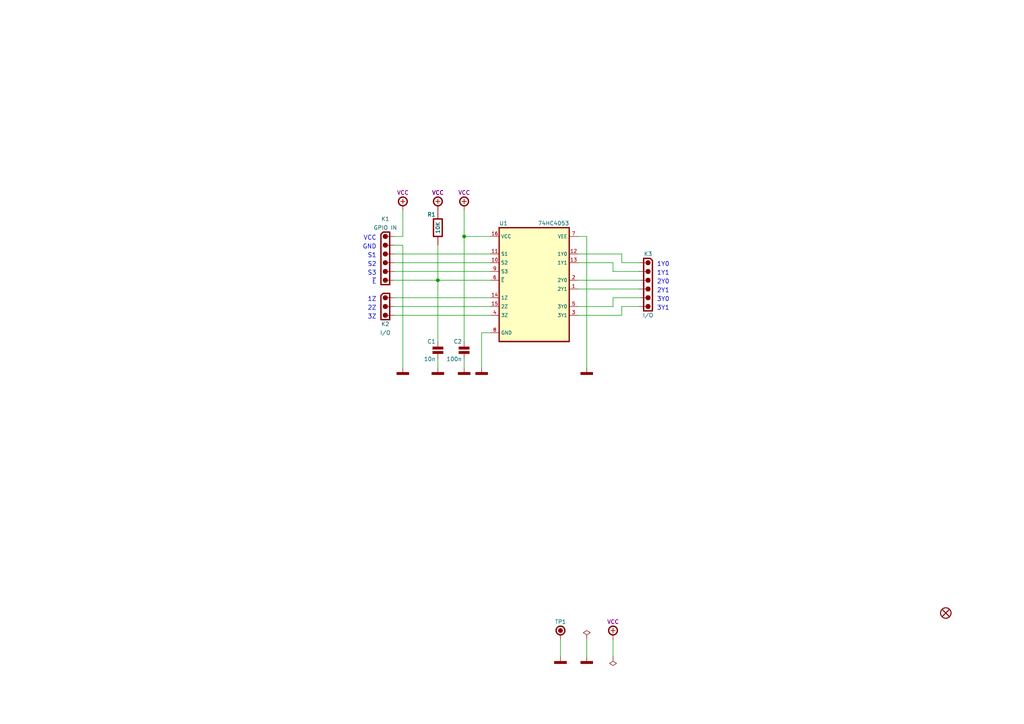
<source format=kicad_sch>
(kicad_sch (version 20250114) (generator "eeschema") (generator_version "9.0")
  (paper "A4")
  (title_block (title "GPIO - 74HC4053-HEADER") (date "01/2022") (rev "A"))
  (lib_symbols
    (symbol "tronixio:+VCC" (power) (pin_numbers (hide yes)) (pin_names (offset 0) (hide yes))
      (property "Description" "VCC" (at 0 5.08 0))
      (symbol "+VCC_0_1"
        (polyline (pts (xy -0.635 2.54) (xy 0.635 2.54)) (stroke (width 0.2)))
        (circle (center 0 2.54) (radius 1.27) (stroke (width 0.4)))
        (polyline (pts (xy 0 1.905) (xy 0 3.175)) (stroke (width 0.2)))
      )
      (symbol "+VCC_1_1"
        (pin power_in line (at 0 0 90) (length 1.27) (name "~") (number "1"))
      )
    )
    (symbol "tronixio:3M-SJ5376" (pin_numbers (hide yes)) (pin_names (offset 0) (hide yes))
      (symbol "3M-SJ5376_0_1"
        (polyline (pts (xy -1.016 -1.016) (xy 1.016 1.016)) (stroke (width 0.3)))
        (circle (center 0 0) (radius 1.524) (stroke (width 0.3)))
        (polyline (pts (xy 1.016 -1.016) (xy -1.016 1.016)) (stroke (width 0.3)))
      )
    )
    (symbol "tronixio:74HC4053-SOIC-16" (pin_names (offset 0.5))
      (property "Reference" "U" (at 12.7 3.81 0))
      (property "Value" "74HC4053-SOIC-16" (at 12.7 -31.75 0))
      (symbol "74HC4053-SOIC-16_0_1"
        (rectangle (start 2.54 2.54) (end 22.86 -30.48) (stroke (width 0.4)) (fill (type background)))
      )
      (symbol "74HC4053-SOIC-16_1_1"
        (pin power_in line (at 0 0 0) (length 2.54) (name "VCC") (number "16"))
        (pin input line (at 0 -5.08 0) (length 2.54) (name "S1") (number "11"))
        (pin input line (at 0 -7.62 0) (length 2.54) (name "S2") (number "10"))
        (pin input line (at 0 -10.16 0) (length 2.54) (name "S3") (number "9"))
        (pin input line (at 0 -12.7 0) (length 2.54) (name "~{E}") (number "6"))
        (pin bidirectional line (at 0 -17.78 0) (length 2.54) (name "1Z") (number "14"))
        (pin bidirectional line (at 0 -20.32 0) (length 2.54) (name "2Z") (number "15"))
        (pin bidirectional line (at 0 -22.86 0) (length 2.54) (name "3Z") (number "4"))
        (pin power_in line (at 0 -27.94 0) (length 2.54) (name "GND") (number "8"))
        (pin power_in line (at 25.4 0 180) (length 2.54) (name "VEE") (number "7"))
        (pin bidirectional line (at 25.4 -5.08 180) (length 2.54) (name "1Y0") (number "12"))
        (pin bidirectional line (at 25.4 -7.62 180) (length 2.54) (name "1Y1") (number "13"))
        (pin bidirectional line (at 25.4 -12.7 180) (length 2.54) (name "2Y0") (number "2"))
        (pin bidirectional line (at 25.4 -15.24 180) (length 2.54) (name "2Y1") (number "1"))
        (pin bidirectional line (at 25.4 -20.32 180) (length 2.54) (name "3Y0") (number "5"))
        (pin bidirectional line (at 25.4 -22.86 180) (length 2.54) (name "3Y1") (number "3"))
      )
    )
    (symbol "tronixio:CAPACITOR-1206-100N-50V-5P-X7R" (pin_numbers (hide yes)) (pin_names (offset 0) (hide yes))
      (property "Reference" "C" (at 0.635 2.54 0))
      (property "Value" "100n" (at 0.635 -2.54 0))
      (symbol "CAPACITOR-1206-100N-50V-5P-X7R_0_1"
        (rectangle (start -1.524 1.016) (end 1.524 0.254) (stroke (width 0.001)) (fill (type outline)))
        (rectangle (start -1.524 -0.254) (end 1.524 -1.016) (stroke (width 0.001)) (fill (type outline)))
      )
      (symbol "CAPACITOR-1206-100N-50V-5P-X7R_1_1"
        (pin passive line (at 0 2.54 270) (length 1.905) (name "~") (number "1"))
        (pin passive line (at 0 -2.54 90) (length 1.905) (name "~") (number "2"))
      )
    )
    (symbol "tronixio:GND" (power) (pin_numbers (hide yes)) (pin_names (offset 0) (hide yes))
      (symbol "GND_0_1"
        (rectangle (start -1.778 -2.032) (end 1.778 -1.27) (stroke (width 0.001)) (fill (type outline)))
      )
      (symbol "GND_1_1"
        (pin power_in line (at 0 0 270) (length 1.27) (name "~") (number "1"))
      )
    )
    (symbol "tronixio:HARWIN-254-M-1X03-VERTICAL" (pin_numbers (hide yes)) (pin_names (offset 0) (hide yes))
      (property "Reference" "K" (at 0 2.54 0))
      (property "Value" "SYMBOL-HEADER-M-1X03" (at 0 -7.62 0))
      (symbol "HARWIN-254-M-1X03-VERTICAL_0_1"
        (polyline (pts (xy -1.27 -6.35) (xy 1.27 -6.35) (xy 1.27 0.635) (xy 0.635 1.27) (xy -1.27 1.27) (xy -1.27 -6.35)) (stroke (width 0.4)))
        (circle (center 0 0) (radius 0.635) (stroke (width 0.2)) (fill (type outline)))
        (circle (center 0 -2.54) (radius 0.635) (stroke (width 0.2)) (fill (type outline)))
        (circle (center 0 -5.08) (radius 0.635) (stroke (width 0.2)) (fill (type outline)))
      )
      (symbol "HARWIN-254-M-1X03-VERTICAL_1_1"
        (pin passive line (at -2.54 0 0) (length 1.905) (name "1") (number "1"))
        (pin passive line (at -2.54 -2.54 0) (length 1.905) (name "2") (number "2"))
        (pin passive line (at -2.54 -5.08 0) (length 1.905) (name "3") (number "3"))
      )
    )
    (symbol "tronixio:HARWIN-254-M-1X06-RIGHT-ANGLE" (pin_numbers (hide yes)) (pin_names (offset 0) (hide yes))
      (property "Reference" "K" (at 0 2.54 0))
      (property "Value" "HARWIN-254-M-1X06-RIGHT-ANGLE" (at 0 -15.24 0))
      (symbol "HARWIN-254-M-1X06-RIGHT-ANGLE_0_1"
        (polyline (pts (xy -1.27 -13.97) (xy 1.27 -13.97) (xy 1.27 0.635) (xy 0.635 1.27) (xy -1.27 1.27) (xy -1.27 -13.97)) (stroke (width 0.4)))
        (circle (center 0 0) (radius 0.635) (stroke (width 0.2)) (fill (type outline)))
        (circle (center 0 -2.54) (radius 0.635) (stroke (width 0.2)) (fill (type outline)))
        (circle (center 0 -5.08) (radius 0.635) (stroke (width 0.2)) (fill (type outline)))
        (circle (center 0 -7.62) (radius 0.635) (stroke (width 0.2)) (fill (type outline)))
        (circle (center 0 -10.16) (radius 0.635) (stroke (width 0.2)) (fill (type outline)))
        (circle (center 0 -12.7) (radius 0.635) (stroke (width 0.2)) (fill (type outline)))
      )
      (symbol "HARWIN-254-M-1X06-RIGHT-ANGLE_1_1"
        (pin passive line (at -2.54 0 0) (length 1.905) (name "1") (number "1"))
        (pin passive line (at -2.54 -2.54 0) (length 1.905) (name "2") (number "2"))
        (pin passive line (at -2.54 -5.08 0) (length 1.905) (name "3") (number "3"))
        (pin passive line (at -2.54 -7.62 0) (length 1.905) (name "4") (number "4"))
        (pin passive line (at -2.54 -10.16 0) (length 1.905) (name "5") (number "5"))
        (pin passive line (at -2.54 -12.7 0) (length 1.905) (name "6") (number "6"))
      )
    )
    (symbol "tronixio:HARWIN-254-M-1X06-VERTICAL" (pin_numbers (hide yes)) (pin_names (offset 0) (hide yes))
      (property "Reference" "K" (at 0 2.54 0))
      (property "Value" "HARWIN-254-M-1X06-VERTICAL" (at 0 -15.24 0))
      (symbol "HARWIN-254-M-1X06-VERTICAL_0_1"
        (polyline (pts (xy -1.27 -13.97) (xy 1.27 -13.97) (xy 1.27 0.635) (xy 0.635 1.27) (xy -1.27 1.27) (xy -1.27 -13.97)) (stroke (width 0.4)))
        (circle (center 0 0) (radius 0.635) (stroke (width 0.2)) (fill (type outline)))
        (circle (center 0 -2.54) (radius 0.635) (stroke (width 0.2)) (fill (type outline)))
        (circle (center 0 -5.08) (radius 0.635) (stroke (width 0.2)) (fill (type outline)))
        (circle (center 0 -7.62) (radius 0.635) (stroke (width 0.2)) (fill (type outline)))
        (circle (center 0 -10.16) (radius 0.635) (stroke (width 0.2)) (fill (type outline)))
        (circle (center 0 -12.7) (radius 0.635) (stroke (width 0.2)) (fill (type outline)))
      )
      (symbol "HARWIN-254-M-1X06-VERTICAL_1_1"
        (pin passive line (at -2.54 0 0) (length 1.905) (name "1") (number "1"))
        (pin passive line (at -2.54 -2.54 0) (length 1.905) (name "2") (number "2"))
        (pin passive line (at -2.54 -5.08 0) (length 1.905) (name "3") (number "3"))
        (pin passive line (at -2.54 -7.62 0) (length 1.905) (name "4") (number "4"))
        (pin passive line (at -2.54 -10.16 0) (length 1.905) (name "5") (number "5"))
        (pin passive line (at -2.54 -12.7 0) (length 1.905) (name "6") (number "6"))
      )
    )
    (symbol "tronixio:KEYSTONE-2000-3" (pin_numbers (hide yes)) (pin_names (offset 0) (hide yes))
      (property "Reference" "TP" (at 0 5.08 0))
      (symbol "KEYSTONE-2000-3_0_1"
        (circle (center 0 2.54) (radius 0.635) (stroke (width 0.001)) (fill (type outline)))
        (circle (center 0 2.54) (radius 1.27) (stroke (width 0.4)))
      )
      (symbol "KEYSTONE-2000-3_1_1"
        (pin passive line (at 0 0 90) (length 1.27) (name "~") (number "1"))
      )
    )
    (symbol "tronixio:POWER-FLAG" (power) (pin_numbers (hide yes)) (pin_names (offset 0) (hide yes))
      (symbol "POWER-FLAG_0_0"
        (pin power_out line (at 0 0 90) (length 0) (name "pwr") (number "1"))
      )
      (symbol "POWER-FLAG_0_1"
        (polyline (pts (xy 0 0) (xy 0 1.27) (xy -1.016 1.905) (xy 0 2.54) (xy 1.016 1.905) (xy 0 1.27)))
      )
    )
    (symbol "tronixio:RESISTOR-1206-10K-5P" (pin_numbers (hide yes)) (pin_names (offset 0) (hide yes))
      (property "Reference" "R" (at 0.635 3.81 0))
      (property "Value" "10k" (at 0 0 90))
      (symbol "RESISTOR-1206-10K-5P_0_1"
        (rectangle (start -1.27 -2.54) (end 1.27 2.54) (stroke (width 0.4)))
      )
      (symbol "RESISTOR-1206-10K-5P_1_1"
        (pin passive line (at 0 5.08 270) (length 2.54) (name "~") (number "1"))
        (pin passive line (at 0 -5.08 90) (length 2.54) (name "~") (number "2"))
      )
    )
  )
  (text "S2" (at 109.22 77.47 0) (effects (font (size 1.27 1.27)) (justify right bottom)))
  (text "2Y1" (at 190.5 85.09 0) (effects (font (size 1.27 1.27)) (justify left bottom)))
  (text "1Y1" (at 190.5 80.01 0) (effects (font (size 1.27 1.27)) (justify left bottom)))
  (text "~{E}" (at 109.22 82.55 0) (effects (font (size 1.27 1.27)) (justify right bottom)))
  (text "VCC" (at 109.22 69.85 0) (effects (font (size 1.27 1.27)) (justify right bottom)))
  (text "S1" (at 109.22 74.93 0) (effects (font (size 1.27 1.27)) (justify right bottom)))
  (text "3Y0" (at 190.5 87.63 0) (effects (font (size 1.27 1.27)) (justify left bottom)))
  (text "3Y1" (at 190.5 90.17 0) (effects (font (size 1.27 1.27)) (justify left bottom)))
  (text "2Y0" (at 190.5 82.55 0) (effects (font (size 1.27 1.27)) (justify left bottom)))
  (text "S3" (at 109.22 80.01 0) (effects (font (size 1.27 1.27)) (justify right bottom)))
  (text "1Z" (at 109.22 87.63 0) (effects (font (size 1.27 1.27)) (justify right bottom)))
  (text "GND" (at 109.22 72.39 0) (effects (font (size 1.27 1.27)) (justify right bottom)))
  (text "3Z" (at 109.22 92.71 0) (effects (font (size 1.27 1.27)) (justify right bottom)))
  (text "1Y0" (at 190.5 77.47 0) (effects (font (size 1.27 1.27)) (justify left bottom)))
  (text "2Z" (at 109.22 90.17 0) (effects (font (size 1.27 1.27)) (justify right bottom)))
  (junction (at 134.62 68.58))
  (junction (at 127 81.28))
  (wire (pts (xy 139.7 96.52) (xy 139.7 106.68)))
  (wire (pts (xy 114.3 78.74) (xy 142.24 78.74)))
  (wire (pts (xy 170.18 68.58) (xy 170.18 106.68)))
  (wire (pts (xy 134.62 60.96) (xy 134.62 68.58)))
  (wire (pts (xy 167.64 81.28) (xy 185.42 81.28)))
  (wire (pts (xy 114.3 76.2) (xy 142.24 76.2)))
  (wire (pts (xy 114.3 73.66) (xy 142.24 73.66)))
  (wire (pts (xy 167.64 73.66) (xy 180.34 73.66)))
  (wire (pts (xy 134.62 68.58) (xy 142.24 68.58)))
  (wire (pts (xy 167.64 83.82) (xy 185.42 83.82)))
  (wire (pts (xy 177.8 185.42) (xy 177.8 190.5)))
  (wire (pts (xy 114.3 88.9) (xy 142.24 88.9)))
  (wire (pts (xy 177.8 78.74) (xy 177.8 76.2)))
  (wire (pts (xy 114.3 81.28) (xy 127 81.28)))
  (wire (pts (xy 114.3 86.36) (xy 142.24 86.36)))
  (wire (pts (xy 185.42 78.74) (xy 177.8 78.74)))
  (wire (pts (xy 185.42 76.2) (xy 180.34 76.2)))
  (wire (pts (xy 167.64 88.9) (xy 177.8 88.9)))
  (wire (pts (xy 142.24 96.52) (xy 139.7 96.52)))
  (wire (pts (xy 116.84 68.58) (xy 116.84 60.96)))
  (wire (pts (xy 127 71.12) (xy 127 81.28)))
  (wire (pts (xy 162.56 185.42) (xy 162.56 190.5)))
  (wire (pts (xy 167.64 68.58) (xy 170.18 68.58)))
  (wire (pts (xy 180.34 76.2) (xy 180.34 73.66)))
  (wire (pts (xy 127 81.28) (xy 142.24 81.28)))
  (wire (pts (xy 134.62 106.68) (xy 134.62 104.14)))
  (wire (pts (xy 116.84 71.12) (xy 116.84 106.68)))
  (wire (pts (xy 180.34 88.9) (xy 180.34 91.44)))
  (wire (pts (xy 114.3 68.58) (xy 116.84 68.58)))
  (wire (pts (xy 167.64 91.44) (xy 180.34 91.44)))
  (wire (pts (xy 127 81.28) (xy 127 99.06)))
  (wire (pts (xy 127 106.68) (xy 127 104.14)))
  (wire (pts (xy 185.42 86.36) (xy 177.8 86.36)))
  (wire (pts (xy 114.3 91.44) (xy 142.24 91.44)))
  (wire (pts (xy 185.42 88.9) (xy 180.34 88.9)))
  (wire (pts (xy 170.18 185.42) (xy 170.18 190.5)))
  (wire (pts (xy 177.8 86.36) (xy 177.8 88.9)))
  (wire (pts (xy 134.62 68.58) (xy 134.62 99.06)))
  (wire (pts (xy 114.3 71.12) (xy 116.84 71.12)))
  (wire (pts (xy 177.8 76.2) (xy 167.64 76.2)))
  (symbol (lib_id "tronixio:CAPACITOR-1206-100N-50V-5P-X7R") (at 134.62 101.6 0) (unit 1)
    (property "Reference" "C2" (at 133.985 99.06 0) (effects (font (size 1.15 1.15)) (justify right)))
    (property "Value" "100n" (at 133.985 104.14 0) (effects (font (size 1.15 1.15)) (justify right)))
    (property "Footprint" "tronixio:CAPACITOR-SMD-1206" (effects (hide yes)))
    (property "Datasheet" "https://content.kemet.com/datasheets/KEM_C1090_X7R_ESD.pdf" (effects (hide yes)))
    (property "Description" "Unpolarized Capacitor" (effects (hide yes)))
    (property "Voltage" "50V" (effects (hide yes)))
    (property "Tolerance" "5%" (effects (hide yes)))
    (property "Mouser" "80-C1206C104J5R" (effects (hide yes)))
    (property "Name" "CAPACITOR-1206-100N" (effects (hide yes)))
  )
  (symbol (lib_id "tronixio:CAPACITOR-1206-100N-50V-5P-X7R") (at 127 101.6 0) (unit 1)
    (property "Reference" "C1" (at 126.365 99.06 0) (effects (font (size 1.15 1.15)) (justify right)))
    (property "Value" "10n" (at 126.365 104.14 0) (effects (font (size 1.15 1.15)) (justify right)))
    (property "Footprint" "tronixio:CAPACITOR-SMD-1206" (effects (hide yes)))
    (property "Datasheet" "https://content.kemet.com/datasheets/KEM_C1090_X7R_ESD.pdf" (effects (hide yes)))
    (property "Description" "Unpolarized Capacitor" (effects (hide yes)))
    (property "Voltage" "50V" (effects (hide yes)))
    (property "Tolerance" "5%" (effects (hide yes)))
    (property "Mouser" "80-C1206C104J5R" (effects (hide yes)))
    (property "Name" "CAPACITOR-1206-10N" (effects (hide yes)))
  )
  (symbol (lib_id "tronixio:HARWIN-254-M-1X03-VERTICAL") (at 111.76 86.36 0) (mirror y) (unit 1)
    (property "Reference" "K2" (at 111.76 93.98 0) (effects (font (size 1.15 1.15))))
    (property "Value" "I/O" (at 111.76 96.52 0) (effects (font (size 1.15 1.15))))
    (property "Footprint" "tronixio:HARWIN-M20-999034x" (effects (hide yes)))
    (property "Datasheet" "https://www.harwin.com/products/M20-9990346/" (effects (hide yes)))
    (property "Description" "M20 Series - 2.54mm Pitch PCB Connector" (effects (hide yes)))
    (property "Mouser" "855-M20-999034" (effects (hide yes)))
    (property "Name" "HARWIN-254-M-1X03-VERTICAL" (effects (hide yes)))
  )
  (symbol (lib_id "tronixio:HARWIN-254-M-1X06-VERTICAL") (at 187.96 76.2 0) (unit 1)
    (property "Reference" "K3" (at 187.96 73.66 0) (effects (font (size 1.15 1.15))))
    (property "Value" "I/O" (at 187.96 91.44 0) (effects (font (size 1.15 1.15))))
    (property "Footprint" "tronixio:HARWIN-M20-999064x" (effects (hide yes)))
    (property "Datasheet" "https://www.harwin.com/products/M20-9990646/" (effects (hide yes)))
    (property "Description" "M20 Series - 2.54mm Pitch PCB Connector" (effects (hide yes)))
    (property "Mouser" "855-M20-999064" (effects (hide yes)))
    (property "Name" "HARWIN-254-M-1X06-VERTICAL" (effects (hide yes)))
  )
  (symbol (lib_id "tronixio:+VCC") (at 134.62 60.96 0) (unit 1)
    (property "Reference" "#PWR05" (effects (hide yes)))
    (property "Value" "POWER-VBAT" (effects (hide yes)))
    (property "Description" "VCC" (at 134.62 55.88 0) (effects (font (size 1.15 1.15))))
    (property "Name" "VCC" (at 134.62 55.88 0) (effects (font (size 1.15 1.15))))
  )
  (symbol (lib_id "tronixio:74HC4053-SOIC-16") (at 142.24 68.58 0) (unit 1)
    (property "Reference" "U1" (at 144.78 64.77 0) (effects (font (size 1.15 1.15)) (justify left)))
    (property "Value" "74HC4053" (at 165.1 64.77 0) (effects (font (size 1.15 1.15)) (justify right)))
    (property "Footprint" "tronixio:SOIC-16" (effects (hide yes)))
    (property "Datasheet" "https://www.nexperia.com/products/analog-logic-ics/i-o-expansion-logic/analog-switches/74HC4053D.html" (effects (hide yes)))
    (property "Mouser" "771-74HC4053D-T" (effects (hide yes)))
    (property "Name" "74HC4053-SOIC-16" (effects (hide yes)))
  )
  (symbol (lib_id "tronixio:POWER-FLAG") (at 177.8 190.5 180) (unit 1)
    (property "Reference" "#FLG02" (effects (hide yes)))
    (property "Value" "PWR_FLAG" (effects (hide yes)))
    (property "Description" "Special symbol for telling ERC where power comes from" (effects (hide yes)))
  )
  (symbol (lib_id "tronixio:HARWIN-254-M-1X06-RIGHT-ANGLE") (at 111.76 68.58 0) (mirror y) (unit 1)
    (property "Reference" "K1" (at 111.76 63.5 0) (effects (font (size 1.15 1.15))))
    (property "Value" "GPIO IN" (at 111.76 66.04 0) (effects (font (size 1.15 1.15))))
    (property "Footprint" "tronixio:HARWIN-M20-975064x" (effects (hide yes)))
    (property "Datasheet" "https://www.harwin.com/products/M20-9750646/" (effects (hide yes)))
    (property "Description" "M20 Series - 2.54mm Pitch PCB Connector" (effects (hide yes)))
    (property "Mouser" "855-M20-975064" (effects (hide yes)))
    (property "Name" "HARWIN-254-M-1X06-RIGHT-ANGLE" (effects (hide yes)))
  )
  (symbol (lib_id "tronixio:GND") (at 162.56 190.5 0) (unit 1)
    (property "Reference" "#PWR08" (effects (hide yes)))
    (property "Value" "POWER-GND" (effects (hide yes)))
    (property "Description" "GND" (effects (hide yes)))
  )
  (symbol (lib_id "tronixio:+VCC") (at 116.84 60.96 0) (unit 1)
    (property "Reference" "#PWR01" (effects (hide yes)))
    (property "Value" "POWER-VBAT" (effects (hide yes)))
    (property "Description" "VCC" (at 116.84 55.88 0) (effects (font (size 1.15 1.15))))
    (property "Name" "VCC" (at 116.84 55.88 0) (effects (font (size 1.15 1.15))))
  )
  (symbol (lib_id "tronixio:3M-SJ5376") (at 274.32 177.8 0) (unit 1)
    (property "Reference" "U2" (effects (hide yes)))
    (property "Value" "3M-SJ5376" (effects (hide yes)))
    (property "Footprint" "tronixio:3M-SJ5376" (effects (hide yes)))
    (property "Datasheet" "https://multimedia.3m.com/mws/media/743845O/sjxx76-pdf.pdf" (effects (hide yes)))
    (property "Mouser" "517-SJ5376" (effects (hide yes)))
  )
  (symbol (lib_id "tronixio:GND") (at 139.7 106.68 0) (unit 1)
    (property "Reference" "#PWR07" (effects (hide yes)))
    (property "Value" "POWER-GND" (effects (hide yes)))
    (property "Description" "GND" (effects (hide yes)))
  )
  (symbol (lib_id "tronixio:GND") (at 170.18 190.5 0) (unit 1)
    (property "Reference" "#PWR010" (effects (hide yes)))
    (property "Value" "POWER-GND" (effects (hide yes)))
    (property "Description" "GND" (effects (hide yes)))
  )
  (symbol (lib_id "tronixio:KEYSTONE-2000-3") (at 162.56 185.42 0) (unit 1)
    (property "Reference" "TP1" (at 162.56 180.34 0) (effects (font (size 1.15 1.15))))
    (property "Value" "GND" (effects (hide yes)))
    (property "Footprint" "tronixio:KEYSTONE-2000-3" (effects (hide yes)))
    (property "Datasheet" "https://www.keyelco.com/product.cfm/product_id/3037" (effects (hide yes)))
    (property "Name" "KEYSTONE-2000-3" (effects (hide yes)))
    (property "Mouser" "534-2000-3" (effects (hide yes)))
  )
  (symbol (lib_id "tronixio:RESISTOR-1206-10K-5P") (at 127 66.04 0) (unit 1)
    (property "Reference" "R1" (at 126.365 62.23 0) (effects (font (size 1.15 1.15)) (justify right)))
    (property "Value" "10K" (at 127 66.04 90) (effects (font (size 1.15 1.15))))
    (property "Footprint" "tronixio:RESISTOR-SMD-1206" (effects (hide yes)))
    (property "Datasheet" "https://www.koaspeer.com/products/resistors/general-purpose/rk73b/" (effects (hide yes)))
    (property "Description" "Resistor" (effects (hide yes)))
    (property "Tolerance" "5%" (effects (hide yes)))
    (property "Mouser" "660-RK73B2BTTDD103J" (effects (hide yes)))
    (property "Name" "RESISTOR-1206-10K" (effects (hide yes)))
  )
  (symbol (lib_id "tronixio:+VCC") (at 127 60.96 0) (unit 1)
    (property "Reference" "#PWR03" (effects (hide yes)))
    (property "Value" "POWER-VBAT" (effects (hide yes)))
    (property "Description" "VCC" (at 127 55.88 0) (effects (font (size 1.15 1.15))))
    (property "Name" "VCC" (at 127 55.88 0) (effects (font (size 1.15 1.15))))
  )
  (symbol (lib_id "tronixio:GND") (at 134.62 106.68 0) (unit 1)
    (property "Reference" "#PWR06" (effects (hide yes)))
    (property "Value" "POWER-GND" (effects (hide yes)))
    (property "Description" "GND" (effects (hide yes)))
  )
  (symbol (lib_id "tronixio:GND") (at 127 106.68 0) (unit 1)
    (property "Reference" "#PWR04" (effects (hide yes)))
    (property "Value" "POWER-GND" (effects (hide yes)))
    (property "Description" "GND" (effects (hide yes)))
  )
  (symbol (lib_id "tronixio:GND") (at 170.18 106.68 0) (unit 1)
    (property "Reference" "#PWR09" (effects (hide yes)))
    (property "Value" "POWER-GND" (effects (hide yes)))
    (property "Description" "GND" (effects (hide yes)))
  )
  (symbol (lib_id "tronixio:GND") (at 116.84 106.68 0) (unit 1)
    (property "Reference" "#PWR02" (effects (hide yes)))
    (property "Value" "POWER-GND" (effects (hide yes)))
    (property "Description" "GND" (effects (hide yes)))
  )
  (symbol (lib_id "tronixio:POWER-FLAG") (at 170.18 185.42 0) (unit 1)
    (property "Reference" "#FLG01" (effects (hide yes)))
    (property "Value" "PWR_FLAG" (effects (hide yes)))
    (property "Description" "Special symbol for telling ERC where power comes from" (effects (hide yes)))
  )
  (symbol (lib_id "tronixio:+VCC") (at 177.8 185.42 0) (unit 1)
    (property "Reference" "#PWR011" (effects (hide yes)))
    (property "Value" "POWER-VBAT" (effects (hide yes)))
    (property "Description" "VCC" (at 177.8 180.34 0) (effects (font (size 1.15 1.15))))
    (property "Name" "VCC" (at 177.8 180.34 0) (effects (font (size 1.15 1.15))))
  )
)
</source>
